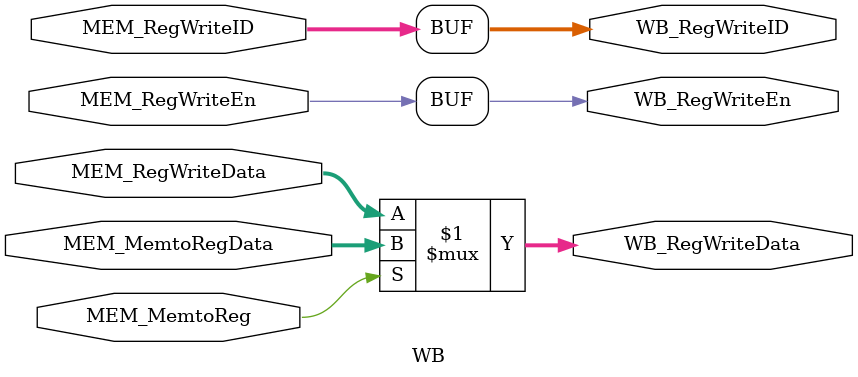
<source format=v>
/*
 * File:         e:\NSCSCC\GMIPS\thinpad_top.srcs\sources_1\GMIPS\WB.v
 * Project:      e:\NSCSCC\GMIPS\thinpad_top.srcs\sources_1\GMIPS
 * Created Date: 2024-07-17 15:30:02
 * Author:       Tommy Gong
 * description:  
 * ----------------------------------------------------
 * Last Modified: 2024-07-17 15:30:17
 */

module WB(
    input [31:0] MEM_MemtoRegData,
    input [31:0] MEM_RegWriteData,
    input [4:0] MEM_RegWriteID,
    input MEM_MemtoReg, MEM_RegWriteEn,
    
    output wire WB_RegWriteEn,
    output wire [4:0] WB_RegWriteID,
    output wire [31:0] WB_RegWriteData
    );
    
    assign WB_RegWriteData = MEM_MemtoReg ? MEM_MemtoRegData : MEM_RegWriteData;
    assign WB_RegWriteID = MEM_RegWriteID;
    assign WB_RegWriteEn = MEM_RegWriteEn;

endmodule
</source>
